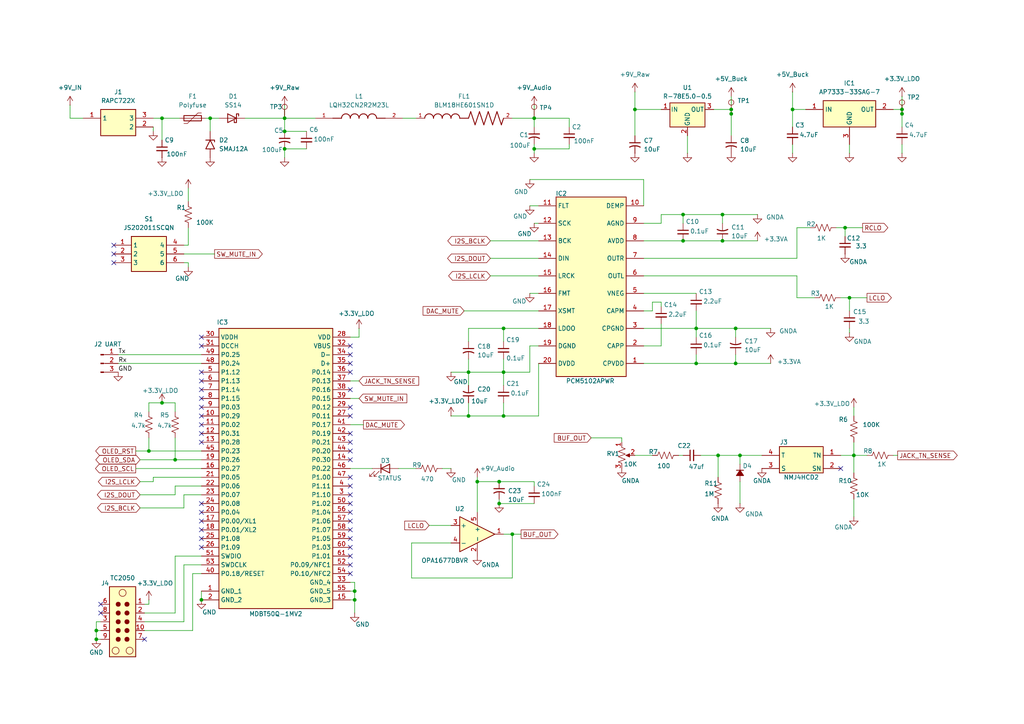
<source format=kicad_sch>
(kicad_sch (version 20250114) (generator "eeschema") (generator_version "9.0")
  (paper "A4")
  (junction (at 50.8 133.35))
  (junction (at 148.59 154.94))
  (junction (at 213.36 95.25))
  (junction (at 82.55 43.18))
  (junction (at 209.55 69.85))
  (junction (at 229.87 31.75))
  (junction (at 212.09 31.75))
  (junction (at 201.93 95.25))
  (junction (at 135.89 107.95))
  (junction (at 102.87 171.45))
  (junction (at 154.94 34.29))
  (junction (at 82.55 38.1))
  (junction (at 58.42 173.99))
  (junction (at 209.55 62.23))
  (junction (at 144.78 139.7))
  (junction (at 46.99 34.29))
  (junction (at 138.43 139.7))
  (junction (at 27.94 182.88))
  (junction (at 82.55 34.29))
  (junction (at 245.11 66.04))
  (junction (at 27.94 185.42))
  (junction (at 261.62 31.75))
  (junction (at 46.99 116.84))
  (junction (at 102.87 173.99))
  (junction (at 247.65 132.08))
  (junction (at 261.62 33.02))
  (junction (at 146.05 107.95))
  (junction (at 154.94 43.18))
  (junction (at 146.05 120.65))
  (junction (at 214.63 132.08))
  (junction (at 198.12 62.23))
  (junction (at 60.96 34.29))
  (junction (at 208.28 132.08))
  (junction (at 144.78 146.05))
  (junction (at 184.15 31.75))
  (junction (at 198.12 69.85))
  (junction (at 135.89 120.65))
  (junction (at 246.38 86.36))
  (junction (at 213.36 105.41))
  (junction (at 212.09 33.02))
  (junction (at 146.05 95.25))
  (junction (at 201.93 105.41))
  (junction (at 43.18 130.81))
  (no_connect (at 101.6 151.13))
  (no_connect (at 58.42 97.79))
  (no_connect (at 58.42 100.33))
  (no_connect (at 33.02 71.12))
  (no_connect (at 101.6 143.51))
  (no_connect (at 101.6 153.67))
  (no_connect (at 58.42 151.13))
  (no_connect (at 58.42 148.59))
  (no_connect (at 101.6 133.35))
  (no_connect (at 101.6 146.05))
  (no_connect (at 101.6 118.11))
  (no_connect (at 101.6 158.75))
  (no_connect (at 243.84 135.89))
  (no_connect (at 33.02 73.66))
  (no_connect (at 101.6 107.95))
  (no_connect (at 101.6 166.37))
  (no_connect (at 101.6 138.43))
  (no_connect (at 58.42 107.95))
  (no_connect (at 58.42 110.49))
  (no_connect (at 101.6 120.65))
  (no_connect (at 101.6 163.83))
  (no_connect (at 101.6 161.29))
  (no_connect (at 33.02 76.2))
  (no_connect (at 58.42 128.27))
  (no_connect (at 58.42 156.21))
  (no_connect (at 58.42 153.67))
  (no_connect (at 101.6 100.33))
  (no_connect (at 58.42 125.73))
  (no_connect (at 58.42 118.11))
  (no_connect (at 101.6 148.59))
  (no_connect (at 101.6 128.27))
  (no_connect (at 58.42 146.05))
  (no_connect (at 101.6 140.97))
  (no_connect (at 101.6 102.87))
  (no_connect (at 58.42 113.03))
  (no_connect (at 58.42 158.75))
  (no_connect (at 58.42 115.57))
  (no_connect (at 101.6 113.03))
  (no_connect (at 101.6 130.81))
  (no_connect (at 101.6 105.41))
  (no_connect (at 58.42 123.19))
  (no_connect (at 101.6 156.21))
  (no_connect (at 58.42 120.65))
  (no_connect (at 29.21 177.8))
  (no_connect (at 101.6 125.73))
  (no_connect (at 41.91 185.42))
  (no_connect (at 29.21 175.26))
  (wire (pts (xy 214.63 139.7) (xy 214.63 146.05)))
  (wire (pts (xy 153.67 85.09) (xy 156.21 85.09)))
  (wire (pts (xy 142.24 80.01) (xy 156.21 80.01)))
  (wire (pts (xy 41.91 177.8) (xy 50.8 177.8)))
  (wire (pts (xy 209.55 64.77) (xy 209.55 62.23)))
  (wire (pts (xy 101.6 115.57) (xy 104.14 115.57)))
  (wire (pts (xy 53.34 147.32) (xy 53.34 143.51)))
  (wire (pts (xy 142.24 74.93) (xy 156.21 74.93)))
  (wire (pts (xy 29.21 185.42) (xy 27.94 185.42)))
  (wire (pts (xy 39.37 130.81) (xy 43.18 130.81)))
  (wire (pts (xy 146.05 104.14) (xy 146.05 107.95)))
  (wire (pts (xy 212.09 33.02) (xy 212.09 39.37)))
  (wire (pts (xy 186.69 64.77) (xy 191.77 64.77)))
  (wire (pts (xy 251.46 132.08) (xy 247.65 132.08)))
  (wire (pts (xy 119.38 157.48) (xy 130.81 157.48)))
  (wire (pts (xy 102.87 168.91) (xy 101.6 168.91)))
  (wire (pts (xy 191.77 64.77) (xy 191.77 62.23)))
  (wire (pts (xy 261.62 33.02) (xy 261.62 31.75)))
  (wire (pts (xy 156.21 120.65) (xy 146.05 120.65)))
  (wire (pts (xy 146.05 95.25) (xy 156.21 95.25)))
  (wire (pts (xy 43.18 175.26) (xy 43.18 173.99)))
  (wire (pts (xy 53.34 163.83) (xy 58.42 163.83)))
  (wire (pts (xy 153.67 107.95) (xy 146.05 107.95)))
  (wire (pts (xy 184.15 26.67) (xy 184.15 31.75)))
  (wire (pts (xy 209.55 62.23) (xy 198.12 62.23)))
  (wire (pts (xy 44.45 36.83) (xy 44.45 38.1)))
  (wire (pts (xy 184.15 132.08) (xy 189.23 132.08)))
  (wire (pts (xy 199.39 44.45) (xy 199.39 39.37)))
  (wire (pts (xy 54.61 77.47) (xy 54.61 76.2)))
  (wire (pts (xy 82.55 34.29) (xy 91.44 34.29)))
  (wire (pts (xy 245.11 68.58) (xy 245.11 66.04)))
  (wire (pts (xy 231.14 66.04) (xy 234.95 66.04)))
  (wire (pts (xy 34.29 105.41) (xy 58.42 105.41)))
  (wire (pts (xy 44.45 34.29) (xy 46.99 34.29)))
  (wire (pts (xy 231.14 86.36) (xy 231.14 80.01)))
  (wire (pts (xy 229.87 31.75) (xy 229.87 36.83)))
  (wire (pts (xy 43.18 116.84) (xy 46.99 116.84)))
  (wire (pts (xy 29.21 180.34) (xy 27.94 180.34)))
  (wire (pts (xy 153.67 59.69) (xy 156.21 59.69)))
  (wire (pts (xy 124.46 152.4) (xy 130.81 152.4)))
  (wire (pts (xy 40.64 147.32) (xy 53.34 147.32)))
  (wire (pts (xy 186.69 90.17) (xy 189.23 90.17)))
  (wire (pts (xy 154.94 34.29) (xy 154.94 36.83)))
  (wire (pts (xy 246.38 86.36) (xy 251.46 86.36)))
  (wire (pts (xy 46.99 34.29) (xy 46.99 40.64)))
  (wire (pts (xy 53.34 143.51) (xy 58.42 143.51)))
  (wire (pts (xy 50.8 127) (xy 50.8 133.35)))
  (wire (pts (xy 102.87 173.99) (xy 102.87 177.8)))
  (wire (pts (xy 146.05 120.65) (xy 146.05 116.84)))
  (wire (pts (xy 180.34 127) (xy 180.34 128.27)))
  (wire (pts (xy 212.09 31.75) (xy 212.09 33.02)))
  (wire (pts (xy 20.32 30.48) (xy 20.32 34.29)))
  (wire (pts (xy 50.8 143.51) (xy 50.8 140.97)))
  (wire (pts (xy 231.14 66.04) (xy 231.14 74.93)))
  (wire (pts (xy 82.55 45.72) (xy 82.55 43.18)))
  (wire (pts (xy 58.42 171.45) (xy 58.42 173.99)))
  (wire (pts (xy 247.65 132.08) (xy 247.65 128.27)))
  (wire (pts (xy 208.28 132.08) (xy 214.63 132.08)))
  (wire (pts (xy 261.62 27.94) (xy 261.62 31.75)))
  (wire (pts (xy 208.28 132.08) (xy 203.2 132.08)))
  (wire (pts (xy 213.36 97.79) (xy 213.36 95.25)))
  (wire (pts (xy 40.64 133.35) (xy 50.8 133.35)))
  (wire (pts (xy 260.35 132.08) (xy 259.08 132.08)))
  (wire (pts (xy 27.94 180.34) (xy 27.94 182.88)))
  (wire (pts (xy 101.6 97.79) (xy 104.14 97.79)))
  (wire (pts (xy 144.78 139.7) (xy 154.94 139.7)))
  (wire (pts (xy 130.81 107.95) (xy 135.89 107.95)))
  (wire (pts (xy 245.11 66.04) (xy 250.19 66.04)))
  (wire (pts (xy 39.37 135.89) (xy 58.42 135.89)))
  (wire (pts (xy 104.14 110.49) (xy 101.6 110.49)))
  (wire (pts (xy 53.34 180.34) (xy 53.34 163.83)))
  (wire (pts (xy 40.64 139.7) (xy 44.45 139.7)))
  (wire (pts (xy 55.88 182.88) (xy 41.91 182.88)))
  (wire (pts (xy 40.64 143.51) (xy 50.8 143.51)))
  (wire (pts (xy 135.89 95.25) (xy 135.89 99.06)))
  (wire (pts (xy 186.69 59.69) (xy 186.69 52.07)))
  (wire (pts (xy 201.93 105.41) (xy 201.93 102.87)))
  (wire (pts (xy 189.23 87.63) (xy 191.77 87.63)))
  (wire (pts (xy 54.61 54.61) (xy 54.61 58.42)))
  (wire (pts (xy 148.59 154.94) (xy 148.59 167.64)))
  (wire (pts (xy 50.8 116.84) (xy 50.8 119.38)))
  (wire (pts (xy 229.87 26.67) (xy 229.87 31.75)))
  (wire (pts (xy 50.8 140.97) (xy 58.42 140.97)))
  (wire (pts (xy 130.81 120.65) (xy 135.89 120.65)))
  (wire (pts (xy 201.93 95.25) (xy 213.36 95.25)))
  (wire (pts (xy 243.84 86.36) (xy 246.38 86.36)))
  (wire (pts (xy 41.91 180.34) (xy 53.34 180.34)))
  (wire (pts (xy 213.36 95.25) (xy 223.52 95.25)))
  (wire (pts (xy 154.94 64.77) (xy 156.21 64.77)))
  (wire (pts (xy 101.6 135.89) (xy 107.95 135.89)))
  (wire (pts (xy 82.55 34.29) (xy 82.55 38.1)))
  (wire (pts (xy 119.38 157.48) (xy 119.38 167.64)))
  (wire (pts (xy 46.99 116.84) (xy 50.8 116.84)))
  (wire (pts (xy 102.87 171.45) (xy 101.6 171.45)))
  (wire (pts (xy 102.87 171.45) (xy 102.87 173.99)))
  (wire (pts (xy 146.05 107.95) (xy 146.05 111.76)))
  (wire (pts (xy 198.12 62.23) (xy 198.12 64.77)))
  (wire (pts (xy 191.77 93.98) (xy 191.77 100.33)))
  (wire (pts (xy 41.91 175.26) (xy 43.18 175.26)))
  (wire (pts (xy 82.55 43.18) (xy 88.9 43.18)))
  (wire (pts (xy 43.18 130.81) (xy 58.42 130.81)))
  (wire (pts (xy 144.78 146.05) (xy 154.94 146.05)))
  (wire (pts (xy 242.57 66.04) (xy 245.11 66.04)))
  (wire (pts (xy 54.61 66.04) (xy 54.61 71.12)))
  (wire (pts (xy 59.69 34.29) (xy 60.96 34.29)))
  (wire (pts (xy 135.89 104.14) (xy 135.89 107.95)))
  (wire (pts (xy 184.15 31.75) (xy 184.15 39.37)))
  (wire (pts (xy 247.65 149.86) (xy 247.65 144.78)))
  (wire (pts (xy 54.61 76.2) (xy 53.34 76.2)))
  (wire (pts (xy 148.59 154.94) (xy 146.05 154.94)))
  (wire (pts (xy 191.77 87.63) (xy 191.77 88.9)))
  (wire (pts (xy 246.38 90.17) (xy 246.38 86.36)))
  (wire (pts (xy 27.94 182.88) (xy 29.21 182.88)))
  (wire (pts (xy 146.05 95.25) (xy 146.05 99.06)))
  (wire (pts (xy 231.14 74.93) (xy 186.69 74.93)))
  (wire (pts (xy 186.69 95.25) (xy 201.93 95.25)))
  (wire (pts (xy 209.55 62.23) (xy 219.71 62.23)))
  (wire (pts (xy 246.38 96.52) (xy 246.38 95.25)))
  (wire (pts (xy 184.15 31.75) (xy 191.77 31.75)))
  (wire (pts (xy 71.12 34.29) (xy 82.55 34.29)))
  (wire (pts (xy 261.62 44.45) (xy 261.62 41.91)))
  (wire (pts (xy 231.14 86.36) (xy 236.22 86.36)))
  (wire (pts (xy 214.63 132.08) (xy 220.98 132.08)))
  (wire (pts (xy 128.27 135.89) (xy 130.81 135.89)))
  (wire (pts (xy 101.6 123.19) (xy 105.41 123.19)))
  (wire (pts (xy 151.13 154.94) (xy 148.59 154.94)))
  (wire (pts (xy 229.87 41.91) (xy 229.87 44.45)))
  (wire (pts (xy 154.94 43.18) (xy 154.94 44.45)))
  (wire (pts (xy 165.1 36.83) (xy 165.1 34.29)))
  (wire (pts (xy 186.69 69.85) (xy 198.12 69.85)))
  (wire (pts (xy 153.67 100.33) (xy 153.67 107.95)))
  (wire (pts (xy 60.96 34.29) (xy 63.5 34.29)))
  (wire (pts (xy 189.23 90.17) (xy 189.23 87.63)))
  (wire (pts (xy 261.62 36.83) (xy 261.62 33.02)))
  (wire (pts (xy 207.01 31.75) (xy 212.09 31.75)))
  (wire (pts (xy 247.65 132.08) (xy 247.65 137.16)))
  (wire (pts (xy 102.87 168.91) (xy 102.87 171.45)))
  (wire (pts (xy 201.93 105.41) (xy 213.36 105.41)))
  (wire (pts (xy 231.14 80.01) (xy 186.69 80.01)))
  (wire (pts (xy 50.8 177.8) (xy 50.8 161.29)))
  (wire (pts (xy 214.63 134.62) (xy 214.63 132.08)))
  (wire (pts (xy 212.09 27.94) (xy 212.09 31.75)))
  (wire (pts (xy 138.43 139.7) (xy 144.78 139.7)))
  (wire (pts (xy 156.21 105.41) (xy 156.21 120.65)))
  (wire (pts (xy 186.69 85.09) (xy 201.93 85.09)))
  (wire (pts (xy 146.05 120.65) (xy 135.89 120.65)))
  (wire (pts (xy 135.89 107.95) (xy 135.89 111.76)))
  (wire (pts (xy 247.65 118.11) (xy 247.65 120.65)))
  (wire (pts (xy 135.89 120.65) (xy 135.89 116.84)))
  (wire (pts (xy 165.1 34.29) (xy 154.94 34.29)))
  (wire (pts (xy 27.94 185.42) (xy 27.94 182.88)))
  (wire (pts (xy 191.77 62.23) (xy 198.12 62.23)))
  (wire (pts (xy 153.67 52.07) (xy 186.69 52.07)))
  (wire (pts (xy 116.84 34.29) (xy 120.65 34.29)))
  (wire (pts (xy 135.89 95.25) (xy 146.05 95.25)))
  (wire (pts (xy 60.96 38.1) (xy 60.96 34.29)))
  (wire (pts (xy 201.93 95.25) (xy 201.93 90.17)))
  (wire (pts (xy 144.78 146.05) (xy 144.78 144.78)))
  (wire (pts (xy 219.71 69.85) (xy 209.55 69.85)))
  (wire (pts (xy 44.45 138.43) (xy 58.42 138.43)))
  (wire (pts (xy 46.99 34.29) (xy 52.07 34.29)))
  (wire (pts (xy 201.93 95.25) (xy 201.93 97.79)))
  (wire (pts (xy 208.28 138.43) (xy 208.28 132.08)))
  (wire (pts (xy 198.12 132.08) (xy 196.85 132.08)))
  (wire (pts (xy 54.61 71.12) (xy 53.34 71.12)))
  (wire (pts (xy 138.43 138.43) (xy 138.43 139.7)))
  (wire (pts (xy 101.6 173.99) (xy 102.87 173.99)))
  (wire (pts (xy 55.88 166.37) (xy 55.88 182.88)))
  (wire (pts (xy 165.1 43.18) (xy 165.1 41.91)))
  (wire (pts (xy 43.18 127) (xy 43.18 130.81)))
  (wire (pts (xy 53.34 73.66) (xy 62.23 73.66)))
  (wire (pts (xy 134.62 90.17) (xy 156.21 90.17)))
  (wire (pts (xy 58.42 166.37) (xy 55.88 166.37)))
  (wire (pts (xy 186.69 100.33) (xy 191.77 100.33)))
  (wire (pts (xy 50.8 161.29) (xy 58.42 161.29)))
  (wire (pts (xy 154.94 43.18) (xy 165.1 43.18)))
  (wire (pts (xy 198.12 69.85) (xy 209.55 69.85)))
  (wire (pts (xy 43.18 119.38) (xy 43.18 116.84)))
  (wire (pts (xy 213.36 105.41) (xy 213.36 102.87)))
  (wire (pts (xy 34.29 102.87) (xy 58.42 102.87)))
  (wire (pts (xy 44.45 139.7) (xy 44.45 138.43)))
  (wire (pts (xy 138.43 139.7) (xy 138.43 148.59)))
  (wire (pts (xy 148.59 34.29) (xy 154.94 34.29)))
  (wire (pts (xy 20.32 34.29) (xy 24.13 34.29)))
  (wire (pts (xy 135.89 107.95) (xy 146.05 107.95)))
  (wire (pts (xy 104.14 95.25) (xy 104.14 97.79)))
  (wire (pts (xy 119.38 167.64) (xy 148.59 167.64)))
  (wire (pts (xy 243.84 132.08) (xy 247.65 132.08)))
  (wire (pts (xy 186.69 105.41) (xy 201.93 105.41)))
  (wire (pts (xy 154.94 41.91) (xy 154.94 43.18)))
  (wire (pts (xy 154.94 140.97) (xy 154.94 139.7)))
  (wire (pts (xy 115.57 135.89) (xy 120.65 135.89)))
  (wire (pts (xy 229.87 31.75) (xy 233.68 31.75)))
  (wire (pts (xy 171.45 127) (xy 180.34 127)))
  (wire (pts (xy 246.38 44.45) (xy 246.38 41.91)))
  (wire (pts (xy 142.24 69.85) (xy 156.21 69.85)))
  (wire (pts (xy 82.55 30.48) (xy 82.55 34.29)))
  (wire (pts (xy 259.08 31.75) (xy 261.62 31.75)))
  (wire (pts (xy 50.8 133.35) (xy 58.42 133.35)))
  (wire (pts (xy 154.94 34.29) (xy 154.94 30.48)))
  (wire (pts (xy 88.9 38.1) (xy 82.55 38.1)))
  (wire (pts (xy 223.52 105.41) (xy 213.36 105.41)))
  (wire (pts (xy 156.21 100.33) (xy 153.67 100.33)))
  (label "Tx" (at 34.29 102.87 0))
  (label "Rx" (at 34.29 105.41 0))
  (label "GND" (at 34.29 107.95 0))
  (global_label "RCLO" (shape output) (at 250.19 66.04 0) (property "Intersheetrefs" "${INTERSHEET_REFS}" (effects (hide yes))))
  (global_label "OLED_RST" (shape output) (at 39.37 130.81 180) (property "Intersheetrefs" "${INTERSHEET_REFS}" (effects (hide yes))))
  (global_label "I2S_DOUT" (shape bidirectional) (at 40.64 143.51 180) (property "Intersheetrefs" "${INTERSHEET_REFS}" (effects (hide yes))))
  (global_label "I2S_BCLK" (shape bidirectional) (at 40.64 147.32 180) (property "Intersheetrefs" "${INTERSHEET_REFS}" (effects (hide yes))))
  (global_label "DAC_MUTE" (shape output) (at 105.41 123.19 0) (property "Intersheetrefs" "${INTERSHEET_REFS}" (effects (hide yes))))
  (global_label "I2S_LCLK" (shape bidirectional) (at 40.64 139.7 180) (property "Intersheetrefs" "${INTERSHEET_REFS}" (effects (hide yes))))
  (global_label "JACK_TN_SENSE" (shape input) (at 104.14 110.49 0) (property "Intersheetrefs" "${INTERSHEET_REFS}" (effects (hide yes))))
  (global_label "OLED_SDA" (shape bidirectional) (at 40.64 133.35 180) (property "Intersheetrefs" "${INTERSHEET_REFS}" (effects (hide yes))))
  (global_label "SW_MUTE_IN" (shape output) (at 62.23 73.66 0) (property "Intersheetrefs" "${INTERSHEET_REFS}" (effects (hide yes))))
  (global_label "BUF_OUT" (shape input) (at 171.45 127 180) (property "Intersheetrefs" "${INTERSHEET_REFS}" (effects (hide yes))))
  (global_label "SW_MUTE_IN" (shape input) (at 104.14 115.57 0) (property "Intersheetrefs" "${INTERSHEET_REFS}" (effects (hide yes))))
  (global_label "JACK_TN_SENSE" (shape output) (at 260.35 132.08 0) (property "Intersheetrefs" "${INTERSHEET_REFS}" (effects (hide yes))))
  (global_label "DAC_MUTE" (shape input) (at 134.62 90.17 180) (property "Intersheetrefs" "${INTERSHEET_REFS}" (effects (hide yes))))
  (global_label "I2S_LCLK" (shape bidirectional) (at 142.24 80.01 180) (property "Intersheetrefs" "${INTERSHEET_REFS}" (effects (hide yes))))
  (global_label "LCLO" (shape input) (at 124.46 152.4 180) (property "Intersheetrefs" "${INTERSHEET_REFS}" (effects (hide yes))))
  (global_label "I2S_BCLK" (shape bidirectional) (at 142.24 69.85 180) (property "Intersheetrefs" "${INTERSHEET_REFS}" (effects (hide yes))))
  (global_label "I2S_DOUT" (shape bidirectional) (at 142.24 74.93 180) (property "Intersheetrefs" "${INTERSHEET_REFS}" (effects (hide yes))))
  (global_label "LCLO" (shape output) (at 251.46 86.36 0) (property "Intersheetrefs" "${INTERSHEET_REFS}" (effects (hide yes))))
  (global_label "BUF_OUT" (shape output) (at 151.13 154.94 0) (property "Intersheetrefs" "${INTERSHEET_REFS}" (effects (hide yes))))
  (global_label "OLED_SCL" (shape output) (at 39.37 135.89 180) (property "Intersheetrefs" "${INTERSHEET_REFS}" (effects (hide yes))))
  (symbol (lib_id "Device:C_Small") (at 229.87 39.37 0) (unit 1)
    (property "Reference" "C3" (at 230.632 36.322 0) (effects (justify left)))
    (property "Value" "4.7uF" (at 231.902 39.116 0) (effects (justify left)))
    (property "Description" "Unpolarized capacitor, small symbol" (effects (hide yes)))
  )
  (symbol (lib_id "power:+3.3V") (at 104.14 95.25 0) (unit 1)
    (property "Reference" "#PWR028" (effects (hide yes)))
    (property "Value" "+3.3V_LDO" (at 103.378 90.932 0))
    (property "Description" "Power symbol creates a global label with name \"+3.3V\"" (effects (hide yes)))
  )
  (symbol (lib_id "power:GND") (at 153.67 52.07 0) (unit 1)
    (property "Reference" "#PWR019" (effects (hide yes)))
    (property "Value" "GND" (at 151.13 55.626 0))
    (property "Description" "Power symbol creates a global label with name \"GND\" , ground" (effects (hide yes)))
  )
  (symbol (lib_id "power:+9V") (at 184.15 26.67 0) (unit 1)
    (property "Reference" "#PWR01" (effects (hide yes)))
    (property "Value" "+9V_Raw" (at 184.15 21.59 0))
    (property "Description" "Power symbol creates a global label with name \"+9V\"" (effects (hide yes)))
  )
  (symbol (lib_id "power:GND") (at 261.62 44.45 0) (unit 1)
    (property "Reference" "#PWR015" (effects (hide yes)))
    (property "Value" "GND" (effects (hide yes)))
    (property "Description" "Power symbol creates a global label with name \"GND\" , ground" (effects (hide yes)))
  )
  (symbol (lib_id "power:GNDA") (at 247.65 149.86 0) (unit 1)
    (property "Reference" "#PWR044" (effects (hide yes)))
    (property "Value" "GNDA" (at 244.602 152.908 0))
    (property "Description" "Power symbol creates a global label with name \"GNDA\" , analog ground" (effects (hide yes)))
  )
  (symbol (lib_id "power:GND") (at 153.67 59.69 0) (unit 1)
    (property "Reference" "#PWR021" (effects (hide yes)))
    (property "Value" "GND" (at 150.876 62.738 0))
    (property "Description" "Power symbol creates a global label with name \"GND\" , ground" (effects (hide yes)))
  )
  (symbol (lib_id "Device:C_Small_US") (at 154.94 39.37 0) (unit 1)
    (property "Reference" "C1" (at 150.622 39.116 0) (effects (justify left)))
    (property "Value" "100uF" (at 147.828 42.164 0) (effects (justify left)))
    (property "Description" "capacitor, small US symbol" (effects (hide yes)))
  )
  (symbol (lib_id "power:GNDA") (at 245.11 73.66 0) (unit 1)
    (property "Reference" "#PWR025" (effects (hide yes)))
    (property "Value" "GNDA" (at 248.92 75.946 0))
    (property "Description" "Power symbol creates a global label with name \"GNDA\" , analog ground" (effects (hide yes)))
  )
  (symbol (lib_id "power:GND") (at 130.81 107.95 0) (unit 1)
    (property "Reference" "#PWR033" (effects (hide yes)))
    (property "Value" "GND" (at 133.604 110.744 0))
    (property "Description" "Power symbol creates a global label with name \"GND\" , ground" (effects (hide yes)))
  )
  (symbol (lib_id "power:GND") (at 199.39 44.45 0) (unit 1)
    (property "Reference" "#PWR011" (effects (hide yes)))
    (property "Value" "GND" (effects (hide yes)))
    (property "Description" "Power symbol creates a global label with name \"GND\" , ground" (effects (hide yes)))
  )
  (symbol (lib_id "Device:R_US") (at 247.65 140.97 180) (unit 1)
    (property "Reference" "R10" (at 245.11 139.446 0))
    (property "Value" "10K" (at 250.19 143.51 0))
    (property "Description" "Resistor, US symbol" (effects (hide yes)))
  )
  (symbol (lib_id "MySamacSys:TC2050") (at 36.83 180.34 0) (mirror y) (unit 1) (in_bom no)
    (property "Reference" "J4" (at 30.48 169.164 0))
    (property "Value" "TC2050" (at 35.56 167.64 0))
    (property "Footprint" "Connector:Tag-Connect_TC2050-IDC-NL_2x05_P1.27mm_Vertical" (effects (hide yes)))
    (property "Datasheet" "https://www.tag-connect.com/wp-content/uploads/bsk-pdf-manager/TC2050-IDC-NL_Datasheet_8.pdf" (effects (hide yes)))
    (property "Description" "Tag-Connect’s 10-pins connector" (effects (hide yes)))
  )
  (symbol (lib_id "Device:C_Small") (at 146.05 101.6 0) (unit 1)
    (property "Reference" "C19" (at 146.812 98.552 0) (effects (justify left)))
    (property "Value" "0.1uF" (at 146.812 103.886 0) (effects (justify left)))
    (property "Description" "Unpolarized capacitor, small symbol" (effects (hide yes)))
  )
  (symbol (lib_id "power:+9V") (at 154.94 30.48 0) (unit 1)
    (property "Reference" "#PWR07" (effects (hide yes)))
    (property "Value" "+9V_Audio" (at 154.94 25.4 0))
    (property "Description" "Power symbol creates a global label with name \"+9V\"" (effects (hide yes)))
  )
  (symbol (lib_id "Device:R_US") (at 43.18 123.19 180) (unit 1)
    (property "Reference" "R4" (at 40.132 120.396 0))
    (property "Value" "4.7k" (at 40.132 123.444 0))
    (property "Description" "Resistor, US symbol" (effects (hide yes)))
  )
  (symbol (lib_id "Device:C_Small_US") (at 209.55 67.31 180) (unit 1)
    (property "Reference" "C11" (at 212.09 65.9129 0) (effects (justify right)))
    (property "Value" "10uF" (at 212.09 68.4529 0) (effects (justify right)))
    (property "Description" "capacitor, small US symbol" (effects (hide yes)))
  )
  (symbol (lib_id "Device:C_Small") (at 201.93 100.33 0) (unit 1)
    (property "Reference" "C16" (at 202.692 97.282 0) (effects (justify left)))
    (property "Value" "0.1uF" (at 203.962 100.076 0) (effects (justify left)))
    (property "Description" "Unpolarized capacitor, small symbol" (effects (hide yes)))
  )
  (symbol (lib_id "Device:C_Small_US") (at 135.89 114.3 180) (unit 1)
    (property "Reference" "C20" (at 138.43 112.9029 0) (effects (justify right)))
    (property "Value" "10uF" (at 136.652 116.332 0) (effects (justify right)))
    (property "Description" "capacitor, small US symbol" (effects (hide yes)))
  )
  (symbol (lib_id "Device:C_Small_US") (at 184.15 41.91 0) (unit 1)
    (property "Reference" "C7" (at 186.69 40.7669 0) (effects (justify left)))
    (property "Value" "10uF" (at 186.69 43.3069 0) (effects (justify left)))
    (property "Description" "capacitor, small US symbol" (effects (hide yes)))
  )
  (symbol (lib_id "power:+3.3V") (at 261.62 27.94 0) (unit 1)
    (property "Reference" "#PWR04" (effects (hide yes)))
    (property "Value" "+3.3V_LDO" (at 261.62 22.86 0))
    (property "Description" "Power symbol creates a global label with name \"+3.3V\"" (effects (hide yes)))
  )
  (symbol (lib_id "power:+9V") (at 138.43 138.43 0) (unit 1)
    (property "Reference" "#PWR040" (effects (hide yes)))
    (property "Value" "+9V_Audio" (at 144.272 135.89 0))
    (property "Description" "Power symbol creates a global label with name \"+9V\"" (effects (hide yes)))
  )
  (symbol (lib_id "Device:C_Small") (at 88.9 40.64 0) (unit 1)
    (property "Reference" "C6" (at 89.662 37.592 0) (effects (justify left)))
    (property "Value" "100nF" (at 90.932 40.386 0) (effects (justify left)))
    (property "Description" "Unpolarized capacitor, small symbol" (effects (hide yes)))
  )
  (symbol (lib_name "NMJ4HCD2_1") (lib_id "MySamacSys:NMJ4HCD2") (at 220.98 132.08 0) (unit 1)
    (property "Reference" "J3" (at 227.33 128.27 0))
    (property "Value" "NMJ4HCD2" (at 232.41 138.43 0))
    (property "Footprint" "NMJ4HCD2" (effects (hide yes)))
    (property "Datasheet" "https://componentsearchengine.com/Datasheets/5/NMJ4HCD2.pdf" (effects (hide yes)))
    (property "Description" "Phone Connectors 2C MONO 2-SPST NC" (effects (hide yes)))
    (property "Mouser Part Number" "550-12202" (effects (hide yes)))
    (property "Mouser Price/Stock" "https://www.mouser.co.uk/ProductDetail/Neutrik/NMJ4HCD2?qs=SzdD80gJ2cAr9Xh3wJi7nw%3D%3D" (effects (hide yes)))
    (property "Manufacturer_Name" "Neutrik" (effects (hide yes)))
    (property "Manufacturer_Part_Number" "NMJ4HCD2" (effects (hide yes)))
  )
  (symbol (lib_id "Regulator_Switching:R-78E5.0-0.5") (at 199.39 31.75 0) (unit 1)
    (property "Reference" "U1" (at 199.39 25.4 0))
    (property "Value" "R-78E5.0-0.5" (at 199.39 27.94 0))
    (property "Footprint" "Converter_DCDC:Converter_DCDC_RECOM_R-78E-0.5_THT" (effects (hide yes)))
    (property "Datasheet" "https://www.recom-power.com/pdf/Innoline/R-78Exx-0.5.pdf" (effects (hide yes)))
    (property "Description" "500mA Step-Down DC/DC-Regulator, 7-28V input, 5V fixed Output Voltage, LM78xx replacement, -40°C to +85°C, SIP3" (effects (hide yes)))
  )
  (symbol (lib_id "Device:R_Potentiometer_US") (at 180.34 132.08 0) (unit 1)
    (property "Reference" "RV1" (at 177.8 131.572 0))
    (property "Value" "10K" (at 182.88 134.62 0))
    (property "Description" "Potentiometer, US symbol" (effects (hide yes)))
  )
  (symbol (lib_id "Device:C_Small") (at 200.66 132.08 90) (unit 1)
    (property "Reference" "C22" (at 200.406 129.286 90) (effects (justify left)))
    (property "Value" "47uf" (at 204.216 135.382 90) (effects (justify left)))
    (property "Description" "Unpolarized capacitor, small symbol" (effects (hide yes)))
  )
  (symbol (lib_id "Device:C_Small") (at 154.94 143.51 0) (unit 1)
    (property "Reference" "C24" (at 155.702 140.462 0) (effects (justify left)))
    (property "Value" "100nF" (at 156.972 143.256 0) (effects (justify left)))
    (property "Description" "Unpolarized capacitor, small symbol" (effects (hide yes)))
  )
  (symbol (lib_id "Device:C_Small") (at 165.1 39.37 0) (unit 1)
    (property "Reference" "C2" (at 165.862 36.83 0) (effects (justify left)))
    (property "Value" "100nF" (at 166.37 40.894 0) (effects (justify left)))
    (property "Description" "Unpolarized capacitor, small symbol" (effects (hide yes)))
  )
  (symbol (lib_id "power:GNDA") (at 223.52 95.25 0) (unit 1)
    (property "Reference" "#PWR029" (effects (hide yes)))
    (property "Value" "GNDA" (at 228.6 96.012 0))
    (property "Description" "Power symbol creates a global label with name \"GNDA\" , analog ground" (effects (hide yes)))
  )
  (symbol (lib_id "power:+3.3V") (at 247.65 118.11 0) (unit 1)
    (property "Reference" "#PWR035" (effects (hide yes)))
    (property "Value" "+3.3V_LDO" (at 241.3 117.094 0))
    (property "Description" "Power symbol creates a global label with name \"+3.3V\"" (effects (hide yes)))
  )
  (symbol (lib_id "power:GNDA") (at 219.71 62.23 0) (unit 1)
    (property "Reference" "#PWR022" (effects (hide yes)))
    (property "Value" "GNDA" (at 224.79 62.992 0))
    (property "Description" "Power symbol creates a global label with name \"GNDA\" , analog ground" (effects (hide yes)))
  )
  (symbol (lib_id "MySamacSys:LQH32CN2R2M23L") (at 104.14 34.29 0) (unit 1)
    (property "Reference" "L1" (at 104.14 27.94 0))
    (property "Value" "LQH32CN2R2M23L" (at 104.14 30.48 0))
    (property "Footprint" "LQH32CN2R2M23L:IND_LQH32CN2R2M23L" (effects (hide yes)))
    (property "MF" "Murata" (effects (hide yes)))
    (property "MAXIMUM_PACKAGE_HEIGHT" "2.2mm" (effects (hide yes)))
    (property "Package" "NONSTANDARD" (effects (hide yes)))
    (property "Price" "None" (effects (hide yes)))
    (property "Check_prices" "https://www.snapeda.com/parts/LQH32CN2R2M23L/Murata/view-part/?ref=eda" (effects (hide yes)))
    (property "STANDARD" "Manufacturer Recommendations" (effects (hide yes)))
    (property "PARTREV" "N/A" (effects (hide yes)))
    (property "SnapEDA_Link" "https://www.snapeda.com/parts/LQH32CN2R2M23L/Murata/view-part/?ref=snap" (effects (hide yes)))
    (property "MP" "LQH32CN2R2M23L" (effects (hide yes)))
    (property "Purchase-URL" "https://www.snapeda.com/api/url_track_click_mouser/?unipart_id=1502347&manufacturer=Murata&part_name=LQH32CN2R2M23L&search_term=None" (effects (hide yes)))
    (property "Description_1" "Inductor Power Chip Unshielded Wirewound 2.2uH 20% 1MHz Ferrite 600mA 169mOhm DCR 1210 Embossed T/R" (effects (hide yes)))
    (property "Availability" "In Stock" (effects (hide yes)))
    (property "MANUFACTURER" "Murata" (effects (hide yes)))
  )
  (symbol (lib_id "Device:R_US") (at 255.27 132.08 90) (unit 1)
    (property "Reference" "R8" (at 251.714 130.81 90))
    (property "Value" "1K" (at 255.778 134.62 90))
    (property "Description" "Resistor, US symbol" (effects (hide yes)))
  )
  (symbol (lib_id "Device:C_Small") (at 261.62 39.37 0) (unit 1)
    (property "Reference" "C4" (at 262.382 36.322 0) (effects (justify left)))
    (property "Value" "4.7uF" (at 263.652 39.116 0) (effects (justify left)))
    (property "Description" "Unpolarized capacitor, small symbol" (effects (hide yes)))
  )
  (symbol (lib_id "power:+5V") (at 229.87 26.67 0) (unit 1)
    (property "Reference" "#PWR02" (effects (hide yes)))
    (property "Value" "+5V_Buck" (at 229.87 21.59 0))
    (property "Description" "Power symbol creates a global label with name \"+5V\"" (effects (hide yes)))
  )
  (symbol (lib_id "Device:C_Small") (at 198.12 67.31 0) (unit 1)
    (property "Reference" "C10" (at 198.882 64.262 0) (effects (justify left)))
    (property "Value" "0.1uF" (at 200.152 67.056 0) (effects (justify left)))
    (property "Description" "Unpolarized capacitor, small symbol" (effects (hide yes)))
  )
  (symbol (lib_id "power:+3.3VA") (at 219.71 69.85 0) (unit 1)
    (property "Reference" "#PWR024" (effects (hide yes)))
    (property "Value" "+3.3VA" (at 225.044 69.342 0))
    (property "Description" "Power symbol creates a global label with name \"+3.3VA\"" (effects (hide yes)))
  )
  (symbol (lib_id "Diode:SS14") (at 67.31 34.29 0) (mirror y) (unit 1)
    (property "Reference" "D1" (at 67.6275 27.94 0))
    (property "Value" "SS14" (at 67.6275 30.48 0))
    (property "Footprint" "Diode_SMD:D_SMA" (effects (hide yes)))
    (property "Datasheet" "https://www.vishay.com/docs/88746/ss12.pdf" (effects (hide yes)))
    (property "Description" "40V 1A Schottky Diode, SMA" (effects (hide yes)))
  )
  (symbol (lib_id "Device:R_US") (at 240.03 86.36 90) (unit 1)
    (property "Reference" "R3" (at 236.474 85.09 90))
    (property "Value" "1K" (at 240.538 88.9 90))
    (property "Description" "Resistor, US symbol" (effects (hide yes)))
  )
  (symbol (lib_id "power:+5V") (at 212.09 27.94 0) (unit 1)
    (property "Reference" "#PWR03" (effects (hide yes)))
    (property "Value" "+5V_Buck" (at 212.09 22.86 0))
    (property "Description" "Power symbol creates a global label with name \"+5V\"" (effects (hide yes)))
  )
  (symbol (lib_id "Device:C_Small_US") (at 82.55 40.64 0) (unit 1)
    (property "Reference" "C5" (at 79.502 37.846 0) (effects (justify left)))
    (property "Value" "100uF" (at 75.946 43.434 0) (effects (justify left)))
    (property "Description" "capacitor, small US symbol" (effects (hide yes)))
  )
  (symbol (lib_id "MySamacSys:BLM18HE601SN1D") (at 135.89 34.29 0) (unit 1)
    (property "Reference" "FL1" (at 134.62 27.94 0))
    (property "Value" "BLM18HE601SN1D" (at 134.62 30.48 0))
    (property "Footprint" "BLM18HE601SN1D:BEADC1608X95N" (effects (hide yes)))
    (property "MF" "Murata Electronics" (effects (hide yes)))
    (property "Description_1" "600 Ohms @ 100 MHz 1 Signal Line Ferrite Bead 0603 (1608 Metric) 800mA 250mOhm" (effects (hide yes)))
    (property "Package" "1608 Murata" (effects (hide yes)))
    (property "Price" "None" (effects (hide yes)))
    (property "SnapEDA_Link" "https://www.snapeda.com/parts/BLM18HE601SN1D/Murata/view-part/?ref=snap" (effects (hide yes)))
    (property "MP" "BLM18HE601SN1D" (effects (hide yes)))
    (property "Availability" "In Stock" (effects (hide yes)))
    (property "Check_prices" "https://www.snapeda.com/parts/BLM18HE601SN1D/Murata/view-part/?ref=eda" (effects (hide yes)))
  )
  (symbol (lib_id "power:+3.3V") (at 54.61 54.61 0) (unit 1)
    (property "Reference" "#PWR020" (effects (hide yes)))
    (property "Value" "+3.3V_LDO" (at 48.006 56.134 0))
    (property "Description" "Power symbol creates a global label with name \"+3.3V\"" (effects (hide yes)))
  )
  (symbol (lib_id "MySamacSys:RAPC722X") (at 44.45 34.29 0) (mirror y) (unit 1)
    (property "Reference" "J1" (at 34.29 26.67 0))
    (property "Value" "RAPC722X" (at 34.29 29.21 0))
    (property "Footprint" "RAPC722X" (effects (hide yes)))
    (property "Datasheet" "http://www.switchcraft.com/Drawings/rapc722x_cd.pdf" (effects (hide yes)))
    (property "Description" "DC Powered Thermoplastic Jack Connector Right Angle DC Power Plug Rated At 5A, PCB Mount, length 14.5mm, Nickel Plate" (effects (hide yes)))
    (property "Mouser Part Number" "502-RAPC722X" (effects (hide yes)))
    (property "Mouser Price/Stock" "https://www.mouser.co.uk/ProductDetail/Switchcraft/RAPC722X?qs=mcPJWgAPNrcpPpDRJojN%252Bg%3D%3D" (effects (hide yes)))
    (property "Manufacturer_Name" "Switchcraft" (effects (hide yes)))
    (property "Manufacturer_Part_Number" "RAPC722X" (effects (hide yes)))
  )
  (symbol (lib_id "Connector:TestPoint") (at 82.55 34.29 0) (unit 1)
    (property "Reference" "TP3" (at 78.232 30.988 0) (effects (justify left)))
    (property "Value" "TestPoint" (effects (hide yes)))
    (property "Description" "test point" (effects (hide yes)))
  )
  (symbol (lib_id "Device:R_US") (at 247.65 124.46 180) (unit 1)
    (property "Reference" "R6" (at 244.602 121.666 0))
    (property "Value" "100K" (at 252.73 123.19 0))
    (property "Description" "Resistor, US symbol" (effects (hide yes)))
  )
  (symbol (lib_id "power:GND") (at 246.38 44.45 0) (unit 1)
    (property "Reference" "#PWR014" (effects (hide yes)))
    (property "Value" "GND" (effects (hide yes)))
    (property "Description" "Power symbol creates a global label with name \"GND\" , ground" (effects (hide yes)))
  )
  (symbol (lib_id "Device:R_US") (at 193.04 132.08 90) (unit 1)
    (property "Reference" "R7" (at 189.484 131.064 90))
    (property "Value" "100" (at 192.532 135.128 90))
    (property "Description" "Resistor, US symbol" (effects (hide yes)))
  )
  (symbol (lib_id "power:GND") (at 154.94 64.77 0) (unit 1)
    (property "Reference" "#PWR023" (effects (hide yes)))
    (property "Value" "GND" (at 152.146 67.818 0))
    (property "Description" "Power symbol creates a global label with name \"GND\" , ground" (effects (hide yes)))
  )
  (symbol (lib_id "Device:C_Small_US") (at 212.09 41.91 0) (unit 1)
    (property "Reference" "C8" (at 214.63 40.7669 0) (effects (justify left)))
    (property "Value" "10uF" (at 214.63 43.3069 0) (effects (justify left)))
    (property "Description" "capacitor, small US symbol" (effects (hide yes)))
  )
  (symbol (lib_id "Device:R_US") (at 50.8 123.19 180) (unit 1)
    (property "Reference" "R5" (at 47.752 120.396 0))
    (property "Value" "4.7k" (at 47.752 123.444 0))
    (property "Description" "Resistor, US symbol" (effects (hide yes)))
  )
  (symbol (lib_id "power:GND") (at 82.55 45.72 0) (unit 1)
    (property "Reference" "#PWR018" (effects (hide yes)))
    (property "Value" "GND" (effects (hide yes)))
    (property "Description" "Power symbol creates a global label with name \"GND\" , ground" (effects (hide yes)))
  )
  (symbol (lib_id "power:GND") (at 229.87 44.45 0) (unit 1)
    (property "Reference" "#PWR013" (effects (hide yes)))
    (property "Value" "GND" (effects (hide yes)))
    (property "Description" "Power symbol creates a global label with name \"GND\" , ground" (effects (hide yes)))
  )
  (symbol (lib_id "Device:C_Small_US") (at 135.89 101.6 0) (unit 1)
    (property "Reference" "C18" (at 138.43 100.4569 0) (effects (justify left)))
    (property "Value" "10uF" (at 138.43 102.9969 0) (effects (justify left)))
    (property "Description" "capacitor, small US symbol" (effects (hide yes)))
  )
  (symbol (lib_id "Device:C_Small") (at 146.05 114.3 0) (unit 1)
    (property "Reference" "C21" (at 146.812 111.252 0) (effects (justify left)))
    (property "Value" "0.1uF" (at 148.082 114.046 0) (effects (justify left)))
    (property "Description" "Unpolarized capacitor, small symbol" (effects (hide yes)))
  )
  (symbol (lib_id "Diode:SMAJ12A") (at 60.96 41.91 270) (unit 1)
    (property "Reference" "D2" (at 63.5 40.6399 90) (effects (justify left)))
    (property "Value" "SMAJ12A" (at 63.5 43.1799 90) (effects (justify left)))
    (property "Footprint" "Diode_SMD:D_SMA" (effects (hide yes)))
    (property "Datasheet" "https://www.littelfuse.com/media?resourcetype=datasheets&itemid=75e32973-b177-4ee3-a0ff-cedaf1abdb93&filename=smaj-datasheet" (effects (hide yes)))
    (property "Description" "400W unidirectional Transient Voltage Suppressor, 12.0Vr, SMA(DO-214AC)" (effects (hide yes)))
  )
  (symbol (lib_id "power:GNDA") (at 138.43 161.29 0) (unit 1)
    (property "Reference" "#PWR045" (effects (hide yes)))
    (property "Value" "GNDA" (at 142.24 163.83 0))
    (property "Description" "Power symbol creates a global label with name \"GNDA\" , analog ground" (effects (hide yes)))
  )
  (symbol (lib_id "power:GND") (at 153.67 85.09 0) (unit 1)
    (property "Reference" "#PWR027" (effects (hide yes)))
    (property "Value" "GND" (at 150.622 87.376 0))
    (property "Description" "Power symbol creates a global label with name \"GND\" , ground" (effects (hide yes)))
  )
  (symbol (lib_id "Device:C_Small") (at 191.77 91.44 0) (unit 1)
    (property "Reference" "C14" (at 192.532 88.392 0) (effects (justify left)))
    (property "Value" "2.2uF" (at 193.802 91.186 0) (effects (justify left)))
    (property "Description" "Unpolarized capacitor, small symbol" (effects (hide yes)))
  )
  (symbol (lib_id "power:+3.3VA") (at 223.52 105.41 0) (unit 1)
    (property "Reference" "#PWR031" (effects (hide yes)))
    (property "Value" "+3.3VA" (at 228.854 104.902 0))
    (property "Description" "Power symbol creates a global label with name \"+3.3VA\"" (effects (hide yes)))
  )
  (symbol (lib_id "power:GNDA") (at 246.38 96.52 0) (unit 1)
    (property "Reference" "#PWR030" (effects (hide yes)))
    (property "Value" "GNDA" (at 250.19 99.06 0))
    (property "Description" "Power symbol creates a global label with name \"GNDA\" , analog ground" (effects (hide yes)))
  )
  (symbol (lib_id "power:GND") (at 130.81 135.89 0) (unit 1)
    (property "Reference" "#PWR037" (effects (hide yes)))
    (property "Value" "GND" (at 133.096 139.192 0))
    (property "Description" "Power symbol creates a global label with name \"GND\" , ground" (effects (hide yes)))
  )
  (symbol (lib_id "power:GND") (at 60.96 45.72 0) (unit 1)
    (property "Reference" "#PWR017" (effects (hide yes)))
    (property "Value" "GND" (effects (hide yes)))
    (property "Description" "Power symbol creates a global label with name \"GND\" , ground" (effects (hide yes)))
  )
  (symbol (lib_id "Device:C_Small_US") (at 144.78 142.24 0) (unit 1)
    (property "Reference" "C23" (at 147.32 142.3669 0) (effects (justify left)))
    (property "Value" "10uF" (at 147.32 144.9069 0) (effects (justify left)))
    (property "Description" "capacitor, small US symbol" (effects (hide yes)))
  )
  (symbol (lib_id "power:GND") (at 184.15 44.45 0) (unit 1)
    (property "Reference" "#PWR010" (effects (hide yes)))
    (property "Value" "GND" (effects (hide yes)))
    (property "Description" "Power symbol creates a global label with name \"GND\" , ground" (effects (hide yes)))
  )
  (symbol (lib_id "MySamacSys:4078") (at 58.42 97.79 0) (unit 1)
    (property "Reference" "IC3" (at 64.516 93.472 0))
    (property "Value" "MDBT50Q-1MV2" (at 80.01 178.054 0))
    (property "Footprint" "4078" (effects (hide yes)))
    (property "Datasheet" "https://www.raytac.com/download/index.php?index_id=43" (effects (hide yes)))
    (property "Description" "Bluetooth Modules - 802.15.1 nRF52840 Bluetooth Low Energy Module with USB - MDBT50Q-1MV2" (effects (hide yes)))
    (property "Height" "2.25" (effects (hide yes)))
    (property "Mouser Part Number" "485-4078" (effects (hide yes)))
    (property "Mouser Price/Stock" "https://www.mouser.co.uk/ProductDetail/Adafruit/4078?qs=vLWxofP3U2wEGR99myTcfQ%3D%3D" (effects (hide yes)))
    (property "Manufacturer_Name" "Adafruit" (effects (hide yes)))
    (property "Manufacturer_Part_Number" "4078" (effects (hide yes)))
  )
  (symbol (lib_id "power:GND") (at 34.29 107.95 0) (unit 1)
    (property "Reference" "#PWR032" (effects (hide yes)))
    (property "Value" "GND" (effects (hide yes)))
    (property "Description" "Power symbol creates a global label with name \"GND\" , ground" (effects (hide yes)))
  )
  (symbol (lib_id "Device:C_Small") (at 46.99 43.18 0) (unit 1)
    (property "Reference" "C9" (at 47.752 40.64 0) (effects (justify left)))
    (property "Value" "100nF" (at 48.26 44.704 0) (effects (justify left)))
    (property "Description" "Unpolarized capacitor, small symbol" (effects (hide yes)))
  )
  (symbol (lib_id "Connector:TestPoint") (at 212.09 33.02 0) (unit 1)
    (property "Reference" "TP1" (at 213.868 29.21 0) (effects (justify left)))
    (property "Value" "TestPoint" (effects (hide yes)))
    (property "Description" "test point" (effects (hide yes)))
  )
  (symbol (lib_id "Connector:Conn_01x03_Pin") (at 29.21 105.41 0) (unit 1)
    (property "Reference" "J2" (at 28.448 99.822 0))
    (property "Value" "UART" (at 32.766 99.822 0))
    (property "Description" "Generic connector, single row, 01x03, script generated" (effects (hide yes)))
  )
  (symbol (lib_id "power:GNDA") (at 214.63 146.05 0) (unit 1)
    (property "Reference" "#PWR043" (effects (hide yes)))
    (property "Value" "GNDA" (at 218.694 149.098 0))
    (property "Description" "Power symbol creates a global label with name \"GNDA\" , analog ground" (effects (hide yes)))
  )
  (symbol (lib_id "power:+9V") (at 82.55 30.48 0) (unit 1)
    (property "Reference" "#PWR06" (effects (hide yes)))
    (property "Value" "+9V_Raw" (at 82.55 25.4 0))
    (property "Description" "Power symbol creates a global label with name \"+9V\"" (effects (hide yes)))
  )
  (symbol (lib_id "power:GND") (at 102.87 177.8 0) (unit 1)
    (property "Reference" "#PWR048" (effects (hide yes)))
    (property "Value" "GND" (at 105.156 181.102 0))
    (property "Description" "Power symbol creates a global label with name \"GND\" , ground" (effects (hide yes)))
  )
  (symbol (lib_id "power:GND") (at 27.94 185.42 0) (unit 1)
    (property "Reference" "#PWR049" (effects (hide yes)))
    (property "Value" "GND" (at 27.94 189.23 0))
    (property "Description" "Power symbol creates a global label with name \"GND\" , ground" (effects (hide yes)))
  )
  (symbol (lib_id "Device:C_Small") (at 245.11 71.12 0) (unit 1)
    (property "Reference" "C12" (at 245.618 69.088 0) (effects (justify left)))
    (property "Value" "3.3" (at 248.158 71.374 0) (effects (justify left)))
    (property "Description" "Unpolarized capacitor, small symbol" (effects (hide yes)))
  )
  (symbol (lib_id "power:GND") (at 58.42 173.99 0) (unit 1)
    (property "Reference" "#PWR047" (effects (hide yes)))
    (property "Value" "GND" (at 60.706 177.546 0))
    (property "Description" "Power symbol creates a global label with name \"GND\" , ground" (effects (hide yes)))
  )
  (symbol (lib_id "Device:R_US") (at 124.46 135.89 90) (unit 1)
    (property "Reference" "R9" (at 120.904 134.874 90))
    (property "Value" "470" (at 123.952 138.938 90))
    (property "Description" "Resistor, US symbol" (effects (hide yes)))
  )
  (symbol (lib_id "power:GNDA") (at 180.34 135.89 0) (unit 1)
    (property "Reference" "#PWR038" (effects (hide yes)))
    (property "Value" "GNDA" (at 182.88 139.446 0))
    (property "Description" "Power symbol creates a global label with name \"GNDA\" , analog ground" (effects (hide yes)))
  )
  (symbol (lib_id "power:+3.3V") (at 46.99 116.84 0) (unit 1)
    (property "Reference" "#PWR034" (effects (hide yes)))
    (property "Value" "+3.3V_LDO" (at 46.482 113.284 0))
    (property "Description" "Power symbol creates a global label with name \"+3.3V\"" (effects (hide yes)))
  )
  (symbol (lib_id "power:+3.3V") (at 130.81 120.65 0) (unit 1)
    (property "Reference" "#PWR036" (effects (hide yes)))
    (property "Value" "+3.3V_LDO" (at 129.54 116.332 0))
    (property "Description" "Power symbol creates a global label with name \"+3.3V\"" (effects (hide yes)))
  )
  (symbol (lib_id "Connector:TestPoint") (at 261.62 33.02 0) (unit 1)
    (property "Reference" "TP2" (at 263.144 28.194 0) (effects (justify left)))
    (property "Value" "TestPoint" (effects (hide yes)))
    (property "Description" "test point" (effects (hide yes)))
  )
  (symbol (lib_id "MySamacSys:AP7333-33SAG-7") (at 233.68 31.75 0) (unit 1)
    (property "Reference" "IC1" (at 246.38 24.13 0))
    (property "Value" "AP7333-33SAG-7" (at 246.38 26.67 0))
    (property "Footprint" "SOT96P240X135-3N" (effects (hide yes)))
    (property "Datasheet" "https://www.diodes.com//assets/Datasheets/AP7333.pdf" (effects (hide yes)))
    (property "Description" "Linear Voltage Regulator IC Positive Fixed 1 Output 300mA SOT-23-3" (effects (hide yes)))
    (property "Height" "1.35" (effects (hide yes)))
    (property "Mouser Part Number" "621-AP7333-33SAG-7" (effects (hide yes)))
    (property "Mouser Price/Stock" "https://www.mouser.co.uk/ProductDetail/Diodes-Incorporated/AP7333-33SAG-7?qs=vIZ3oKQCLxpWqm5zu2HqxA%3D%3D" (effects (hide yes)))
    (property "Manufacturer_Name" "Diodes Incorporated" (effects (hide yes)))
    (property "Manufacturer_Part_Number" "AP7333-33SAG-7" (effects (hide yes)))
  )
  (symbol (lib_id "power:GND") (at 144.78 146.05 0) (unit 1)
    (property "Reference" "#PWR041" (effects (hide yes)))
    (property "Value" "GND" (effects (hide yes)))
    (property "Description" "Power symbol creates a global label with name \"GND\" , ground" (effects (hide yes)))
  )
  (symbol (lib_id "Device:C_Small_US") (at 213.36 100.33 180) (unit 1)
    (property "Reference" "C17" (at 215.9 98.9329 0) (effects (justify right)))
    (property "Value" "10uF" (at 215.9 101.4729 0) (effects (justify right)))
    (property "Description" "capacitor, small US symbol" (effects (hide yes)))
  )
  (symbol (lib_id "MySamacSys:JS202011SCQN") (at 33.02 71.12 0) (unit 1)
    (property "Reference" "S1" (at 43.18 63.5 0))
    (property "Value" "JS202011SCQN" (at 43.18 66.04 0))
    (property "Footprint" "JS202011SCQN" (effects (hide yes)))
    (property "Datasheet" "https://www.ckswitches.com/media/1422/js.pdf" (effects (hide yes)))
    (property "Description" "Sub miniature slide switches" (effects (hide yes)))
    (property "Height" "5.5" (effects (hide yes)))
    (property "Mouser Part Number" "611-JS202011SCQN" (effects (hide yes)))
    (property "Mouser Price/Stock" "https://www.mouser.co.uk/ProductDetail/CK/JS202011SCQN?qs=LgMIjt8LuD95JYWxZ7NvZA%3D%3D" (effects (hide yes)))
    (property "Manufacturer_Name" "C & K COMPONENTS" (effects (hide yes)))
    (property "Manufacturer_Part_Number" "JS202011SCQN" (effects (hide yes)))
  )
  (symbol (lib_id "power:GND") (at 46.99 45.72 0) (unit 1)
    (property "Reference" "#PWR016" (effects (hide yes)))
    (property "Value" "GND" (effects (hide yes)))
    (property "Description" "Power symbol creates a global label with name \"GND\" , ground" (effects (hide yes)))
  )
  (symbol (lib_id "power:GND") (at 154.94 44.45 0) (unit 1)
    (property "Reference" "#PWR09" (effects (hide yes)))
    (property "Value" "GND" (effects (hide yes)))
    (property "Description" "Power symbol creates a global label with name \"GND\" , ground" (effects (hide yes)))
  )
  (symbol (lib_id "Device:R_US") (at 208.28 142.24 180) (unit 1)
    (property "Reference" "R11" (at 206.248 140.208 0))
    (property "Value" "1M" (at 205.74 143.256 0))
    (property "Description" "Resistor, US symbol" (effects (hide yes)))
  )
  (symbol (lib_id "power:GNDA") (at 220.98 135.89 0) (unit 1)
    (property "Reference" "#PWR039" (effects (hide yes)))
    (property "Value" "GNDA" (at 220.98 139.446 0))
    (property "Description" "Power symbol creates a global label with name \"GNDA\" , analog ground" (effects (hide yes)))
  )
  (symbol (lib_id "MySamacSys:PCM5102APWR") (at 156.21 59.69 0) (unit 1)
    (property "Reference" "IC2" (at 162.814 56.134 0))
    (property "Value" "PCM5102APWR" (at 171.196 110.49 0))
    (property "Footprint" "SOP65P640X120-20N" (effects (hide yes)))
    (property "Datasheet" "https://componentsearchengine.com/Datasheets/2/PCM5102APWR.pdf" (effects (hide yes)))
    (property "Description" "2VRMS DirectPath, 112dB Audio Stereo DAC with 32-bit, 384kHz PCM Interface" (effects (hide yes)))
    (property "Height" "1.2" (effects (hide yes)))
    (property "Mouser Part Number" "595-PCM5102APWR" (effects (hide yes)))
    (property "Mouser Price/Stock" "https://www.mouser.co.uk/ProductDetail/Texas-Instruments/PCM5102APWR?qs=E2%2FxqS9xjzrfECkwEYoiyg%3D%3D" (effects (hide yes)))
    (property "Manufacturer_Name" "Texas Instruments" (effects (hide yes)))
    (property "Manufacturer_Part_Number" "PCM5102APWR" (effects (hide yes)))
  )
  (symbol (lib_id "Device:R_US") (at 238.76 66.04 90) (unit 1)
    (property "Reference" "R2" (at 235.204 65.024 90))
    (property "Value" "1K" (at 238.252 69.088 90))
    (property "Description" "Resistor, US symbol" (effects (hide yes)))
  )
  (symbol (lib_id "Device:C_Small") (at 201.93 87.63 0) (unit 1)
    (property "Reference" "C13" (at 202.692 84.582 0) (effects (justify left)))
    (property "Value" "2.2uF" (at 203.962 87.376 0) (effects (justify left)))
    (property "Description" "Unpolarized capacitor, small symbol" (effects (hide yes)))
  )
  (symbol (lib_id "power:GND") (at 54.61 77.47 0) (unit 1)
    (property "Reference" "#PWR026" (effects (hide yes)))
    (property "Value" "GND" (at 52.832 80.772 0))
    (property "Description" "Power symbol creates a global label with name \"GND\" , ground" (effects (hide yes)))
  )
  (symbol (lib_id "power:+9V") (at 20.32 30.48 0) (unit 1)
    (property "Reference" "#PWR05" (effects (hide yes)))
    (property "Value" "+9V_IN" (at 20.32 25.4 0))
    (property "Description" "Power symbol creates a global label with name \"+9V\"" (effects (hide yes)))
  )
  (symbol (lib_id "power:GND") (at 212.09 44.45 0) (unit 1)
    (property "Reference" "#PWR012" (effects (hide yes)))
    (property "Value" "GND" (effects (hide yes)))
    (property "Description" "Power symbol creates a global label with name \"GND\" , ground" (effects (hide yes)))
  )
  (symbol (lib_id "Device:R_US") (at 54.61 62.23 180) (unit 1)
    (property "Reference" "R1" (at 52.578 60.198 0))
    (property "Value" "100K" (at 59.436 64.516 0))
    (property "Description" "Resistor, US symbol" (effects (hide yes)))
  )
  (symbol (lib_id "Device:Polyfuse") (at 55.88 34.29 90) (unit 1)
    (property "Reference" "F1" (at 55.88 27.94 90))
    (property "Value" "Polyfuse" (at 55.88 30.48 90))
    (property "Description" "Resettable fuse, polymeric positive temperature coefficient" (effects (hide yes)))
  )
  (symbol (lib_id "MySamacSys:OPA1677DBVR") (at 138.43 154.94 0) (unit 1)
    (property "Reference" "U2" (at 133.35 147.574 0))
    (property "Value" "OPA1677DBVR" (at 129.032 162.56 0))
    (property "Datasheet" "https://ngspice.sourceforge.io/docs/ngspice-html-manual/manual.xhtml#sec__SUBCKT_Subcircuits" (effects (hide yes)))
    (property "Description" "Operational amplifier, single" (effects (hide yes)))
    (property "Sim.Pins" "1=in+ 2=in- 3=vcc 4=vee 5=out" (effects (hide yes)))
    (property "Sim.Device" "SUBCKT" (effects (hide yes)))
    (property "Sim.Library" "${KICAD9_SYMBOL_DIR}/Simulation_SPICE.sp" (effects (hide yes)))
    (property "Sim.Name" "kicad_builtin_opamp" (effects (hide yes)))
  )
  (symbol (lib_id "power:GNDA") (at 208.28 146.05 0) (unit 1)
    (property "Reference" "#PWR042" (effects (hide yes)))
    (property "Value" "GNDA" (at 208.788 150.368 0))
    (property "Description" "Power symbol creates a global label with name \"GNDA\" , analog ground" (effects (hide yes)))
  )
  (symbol (lib_id "Device:C_Small") (at 246.38 92.71 0) (unit 1)
    (property "Reference" "C15" (at 247.396 90.424 0) (effects (justify left)))
    (property "Value" "3.3" (at 248.92 93.218 0) (effects (justify left)))
    (property "Description" "Unpolarized capacitor, small symbol" (effects (hide yes)))
  )
  (symbol (lib_id "Connector:TestPoint") (at 154.94 34.29 0) (unit 1)
    (property "Reference" "TP4" (at 156.464 31.242 0) (effects (justify left)))
    (property "Value" "TestPoint" (effects (hide yes)))
    (property "Description" "test point" (effects (hide yes)))
  )
  (symbol (lib_id "Device:LED") (at 111.76 135.89 0) (unit 1)
    (property "Reference" "D3" (at 111.76 133.604 0))
    (property "Value" "STATUS" (at 113.03 138.684 0))
    (property "Description" "Light emitting diode" (effects (hide yes)))
    (property "Sim.Pins" "1=K 2=A" (effects (hide yes)))
  )
  (symbol (lib_id "power:+3.3V") (at 43.18 173.99 0) (unit 1)
    (property "Reference" "#PWR046" (effects (hide yes)))
    (property "Value" "+3.3V_LDO" (at 44.958 169.164 0))
    (property "Description" "Power symbol creates a global label with name \"+3.3V\"" (effects (hide yes)))
  )
  (symbol (lib_id "power:GND") (at 44.45 38.1 0) (unit 1)
    (property "Reference" "#PWR08" (effects (hide yes)))
    (property "Value" "GND" (effects (hide yes)))
    (property "Description" "Power symbol creates a global label with name \"GND\" , ground" (effects (hide yes)))
  )
  (symbol (lib_id "Device:D_Small_Filled") (at 214.63 137.16 270) (unit 1)
    (property "Reference" "D4" (at 215.392 135.128 90) (effects (justify left)))
    (property "Value" "ESD9B5.0ST5G" (effects (hide yes)))
    (property "Description" "Diode, small symbol, filled shape" (effects (hide yes)))
    (property "Sim.Device" "D" (effects (hide yes)))
    (property "Sim.Pins" "1=K 2=A" (effects (hide yes)))
  )
)
</source>
